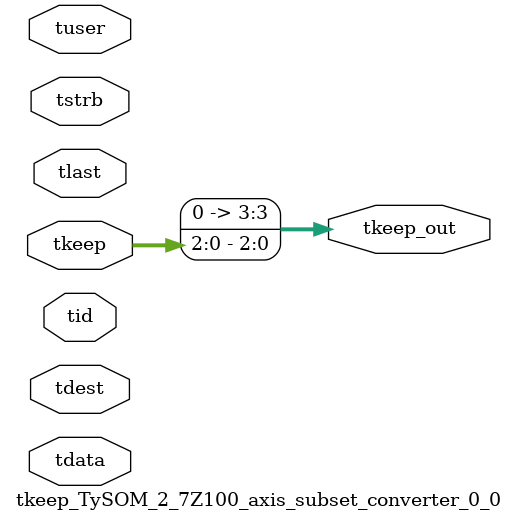
<source format=v>


`timescale 1ps/1ps

module tkeep_TySOM_2_7Z100_axis_subset_converter_0_0 #
(
parameter C_S_AXIS_TDATA_WIDTH = 32,
parameter C_S_AXIS_TUSER_WIDTH = 0,
parameter C_S_AXIS_TID_WIDTH   = 0,
parameter C_S_AXIS_TDEST_WIDTH = 0,
parameter C_M_AXIS_TDATA_WIDTH = 32
)
(
input  [(C_S_AXIS_TDATA_WIDTH == 0 ? 1 : C_S_AXIS_TDATA_WIDTH)-1:0     ] tdata,
input  [(C_S_AXIS_TUSER_WIDTH == 0 ? 1 : C_S_AXIS_TUSER_WIDTH)-1:0     ] tuser,
input  [(C_S_AXIS_TID_WIDTH   == 0 ? 1 : C_S_AXIS_TID_WIDTH)-1:0       ] tid,
input  [(C_S_AXIS_TDEST_WIDTH == 0 ? 1 : C_S_AXIS_TDEST_WIDTH)-1:0     ] tdest,
input  [(C_S_AXIS_TDATA_WIDTH/8)-1:0 ] tkeep,
input  [(C_S_AXIS_TDATA_WIDTH/8)-1:0 ] tstrb,
input                                                                    tlast,
output [(C_M_AXIS_TDATA_WIDTH/8)-1:0 ] tkeep_out
);

assign tkeep_out = {tkeep[2:0]};

endmodule


</source>
